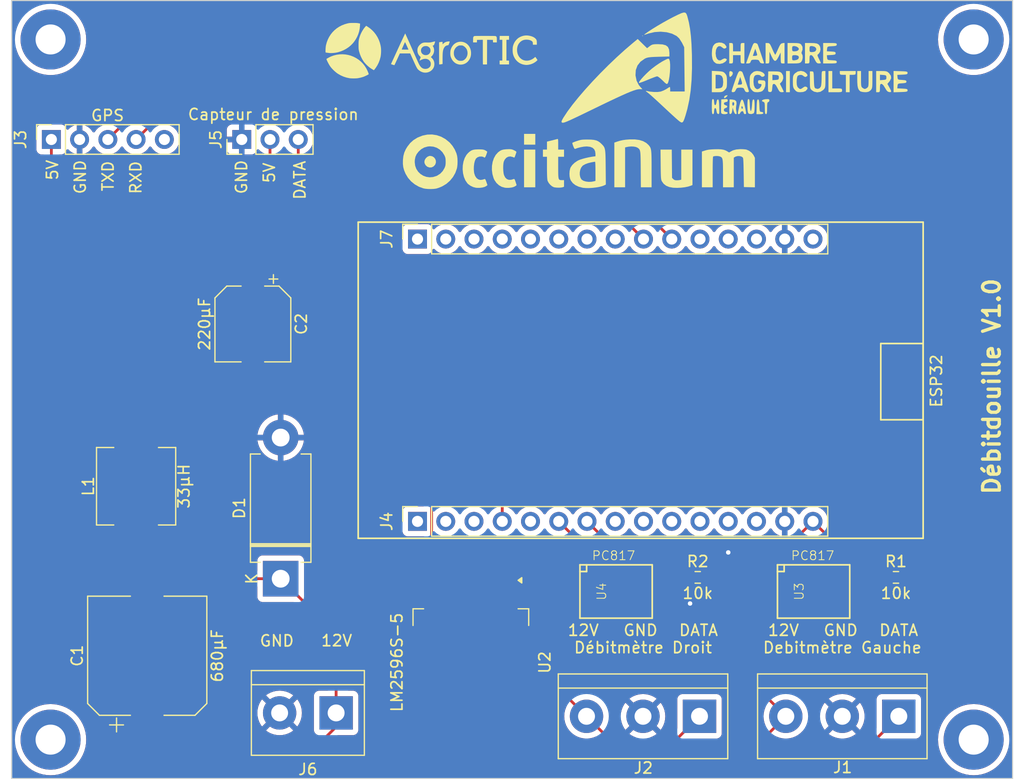
<source format=kicad_pcb>
(kicad_pcb (version 20240108) (generator "pcbnew") (generator_version "8.0")
  (layers (0 "F.Cu" signal) (31 "B.Cu" signal) (34 "B.Paste" user) (35 "F.Paste" user) (36 "B.SilkS" user "B.Silkscreen") (37 "F.SilkS" user "F.Silkscreen") (38 "B.Mask" user) (39 "F.Mask" user) (44 "Edge.Cuts" user))
  (net 0 "")
  (net 1 "Net-(J1-Pin_1)")
  (net 2 "GND")
  (net 3 "+12V")
  (net 4 "Net-(J2-Pin_1)")
  (net 5 "+5V")
  (net 6 "Net-(J3-Pin_4)")
  (net 7 "Net-(J3-Pin_3)")
  (net 9 "Net-(D1-K)")
  (net 11 "Net-(J4-Pin_7)")
  (net 17 "Net-(J4-Pin_6)")
  (net 21 "Net-(J4-Pin_4)")
  (footprint "logos:logoAgroticsmall" (layer "F.Cu") (at 100.825 85.655)
    (property "Reference" "G***" (hide yes))
    (property "Value" "LOGO" (hide yes))
  )
  (footprint "MountingHole:MountingHole_2.7mm_M2.5_Pad_TopBottom" (layer "F.Cu") (at 149.575 84.655 90)
    (property "Reference" " " (at 0 -3.7 90) (layer "F.SilkS"))
    (property "Value" " ")
    (pad "1" thru_hole circle (at 0 0 90) (size 3.1 3.1) (drill 2.7) (layers "*.Cu" "*.Mask"))
    (pad "1" connect circle (at 0 0 90) (size 5.4 5.4) (layers "F.Cu" "F.Mask"))
    (pad "1" connect circle (at 0 0 90) (size 5.4 5.4) (layers "B.Cu" "B.Mask"))
  )
  (footprint "Package_TO_SOT_SMD:TO-263-5_TabPin3" (layer "F.Cu") (at 104.365 140.705 -90)
    (property "Reference" "U2" (at 0 -6.65 90) (layer "F.SilkS"))
    (property "Value" "LM2596S-5" (at 0 6.65 90) (layer "F.SilkS"))
    (pad "1" smd roundrect (at -7.65 -3.4 270) (size 4.6 1.1) (layers "F.Cu" "F.Paste" "F.Mask") (roundrect_rratio 0.227273) (net 3 "+12V"))
    (pad "2" smd roundrect (at -7.65 -1.7 270) (size 4.6 1.1) (layers "F.Cu" "F.Paste" "F.Mask") (roundrect_rratio 0.227273) (net 9 "Net-(D1-K)"))
    (pad "3" smd roundrect (at -7.65 0 270) (size 4.6 1.1) (layers "F.Cu" "F.Paste" "F.Mask") (roundrect_rratio 0.227273) (net 2 "GND"))
    (pad "3" smd roundrect (at -0.925 -2.775 270) (size 4.55 5.25) (layers "F.Cu" "F.Paste") (roundrect_rratio 0.054945) (net 2 "GND"))
    (pad "3" smd roundrect (at -0.925 2.775 270) (size 4.55 5.25) (layers "F.Cu" "F.Paste") (roundrect_rratio 0.054945) (net 2 "GND"))
    (pad "3" smd roundrect (at 1.5 0 270) (size 9.4 10.8) (layers "F.Cu" "F.Mask") (roundrect_rratio 0.026596) (net 2 "GND"))
    (pad "3" smd roundrect (at 3.925 -2.775 270) (size 4.55 5.25) (layers "F.Cu" "F.Paste") (roundrect_rratio 0.054945) (net 2 "GND"))
    (pad "3" smd roundrect (at 3.925 2.775 270) (size 4.55 5.25) (layers "F.Cu" "F.Paste") (roundrect_rratio 0.054945) (net 2 "GND"))
    (pad "4" smd roundrect (at -7.65 1.7 270) (size 4.6 1.1) (layers "F.Cu" "F.Paste" "F.Mask") (roundrect_rratio 0.227273) (net 5 "+5V"))
    (pad "5" smd roundrect (at -7.65 3.4 270) (size 4.6 1.1) (layers "F.Cu" "F.Paste" "F.Mask") (roundrect_rratio 0.227273) (net 2 "GND"))
  )
  (footprint "Resistor_SMD:R_0603_1608Metric" (layer "F.Cu") (at 124.765 133.055)
    (property "Reference" "R2" (at 0 -1.43 0) (layer "F.SilkS"))
    (property "Value" "10k" (at 0 1.43 0) (layer "F.SilkS"))
    (pad "1" smd roundrect (at -0.825 0) (size 0.8 0.95) (layers "F.Cu" "F.Paste" "F.Mask") (net 11 "Net-(J4-Pin_7)"))
    (pad "2" smd roundrect (at 0.825 0) (size 0.8 0.95) (layers "F.Cu" "F.Paste" "F.Mask") (net 5 "+5V"))
  )
  (footprint "Connector_PinSocket_2.54mm:PinSocket_1x15_P2.54mm_Vertical" (layer "F.Cu") (at 99.568 102.616 90)
    (property "Reference" "J7" (at 0 -2.77 90) (layer "F.SilkS"))
    (property "Value" "Conn_D")
    (pad "1" thru_hole rect (at 0 0 90) (size 1.7 1.7) (drill 1) (layers "*.Cu" "*.Mask"))
    (pad "2" thru_hole oval (at 0 2.54 90) (size 1.7 1.7) (drill 1) (layers "*.Cu" "*.Mask"))
    (pad "3" thru_hole oval (at 0 5.08 90) (size 1.7 1.7) (drill 1) (layers "*.Cu" "*.Mask"))
    (pad "4" thru_hole oval (at 0 7.62 90) (size 1.7 1.7) (drill 1) (layers "*.Cu" "*.Mask"))
    (pad "5" thru_hole oval (at 0 10.16 90) (size 1.7 1.7) (drill 1) (layers "*.Cu" "*.Mask"))
    (pad "6" thru_hole oval (at 0 12.7 90) (size 1.7 1.7) (drill 1) (layers "*.Cu" "*.Mask"))
    (pad "7" thru_hole oval (at 0 15.24 90) (size 1.7 1.7) (drill 1) (layers "*.Cu" "*.Mask"))
    (pad "8" thru_hole oval (at 0 17.78 90) (size 1.7 1.7) (drill 1) (layers "*.Cu" "*.Mask"))
    (pad "9" thru_hole oval (at 0 20.32 90) (size 1.7 1.7) (drill 1) (layers "*.Cu" "*.Mask") (net 6 "Net-(J3-Pin_4)"))
    (pad "10" thru_hole oval (at 0 22.86 90) (size 1.7 1.7) (drill 1) (layers "*.Cu" "*.Mask") (net 7 "Net-(J3-Pin_3)"))
    (pad "11" thru_hole oval (at 0 25.4 90) (size 1.7 1.7) (drill 1) (layers "*.Cu" "*.Mask"))
    (pad "12" thru_hole oval (at 0 27.94 90) (size 1.7 1.7) (drill 1) (layers "*.Cu" "*.Mask"))
    (pad "13" thru_hole oval (at 0 30.48 90) (size 1.7 1.7) (drill 1) (layers "*.Cu" "*.Mask"))
    (pad "14" thru_hole oval (at 0 33.02 90) (size 1.7 1.7) (drill 1) (layers "*.Cu" "*.Mask") (net 2 "GND"))
    (pad "15" thru_hole oval (at 0 35.56 90) (size 1.7 1.7) (drill 1) (layers "*.Cu" "*.Mask"))
  )
  (footprint "Connector_PinHeader_2.54mm:PinHeader_1x03_P2.54mm_Vertical" (layer "F.Cu") (at 83.765 93.655 90)
    (property "Reference" "J5" (at 0 -2.33 90) (layer "F.SilkS"))
    (property "Value" "Capteur de pression" (at 2.255 2.835 0) (layer "F.SilkS"))
    (pad "1" thru_hole rect (at 0 0 90) (size 1.7 1.7) (drill 1) (layers "*.Cu" "*.Mask") (net 2 "GND"))
    (pad "2" thru_hole oval (at 0 2.54 90) (size 1.7 1.7) (drill 1) (layers "*.Cu" "*.Mask") (net 5 "+5V"))
    (pad "3" thru_hole oval (at 0 5.08 90) (size 1.7 1.7) (drill 1) (layers "*.Cu" "*.Mask") (net 21 "Net-(J4-Pin_4)"))
  )
  (footprint "Connector_PinSocket_2.54mm:PinSocket_1x05_P2.54mm_Vertical" (layer "F.Cu") (at 66.645 93.655 90)
    (property "Reference" "J3" (at 0 -2.77 90) (layer "F.SilkS"))
    (property "Value" "GPS" (at 2.155 5.055 180) (layer "F.SilkS"))
    (pad "1" thru_hole rect (at 0 0 90) (size 1.7 1.7) (drill 1) (layers "*.Cu" "*.Mask") (net 5 "+5V"))
    (pad "2" thru_hole oval (at 0 2.54 90) (size 1.7 1.7) (drill 1) (layers "*.Cu" "*.Mask") (net 2 "GND"))
    (pad "3" thru_hole oval (at 0 5.08 90) (size 1.7 1.7) (drill 1) (layers "*.Cu" "*.Mask") (net 7 "Net-(J3-Pin_3)"))
    (pad "4" thru_hole oval (at 0 7.62 90) (size 1.7 1.7) (drill 1) (layers "*.Cu" "*.Mask") (net 6 "Net-(J3-Pin_4)"))
    (pad "5" thru_hole oval (at 0 10.16 90) (size 1.7 1.7) (drill 1) (layers "*.Cu" "*.Mask"))
  )
  (footprint "mesEmpreintes:OPTO-SMD4" (layer "F.Cu") (at 117.42334 134.325 -90)
    (property "Reference" "U4" (at 0 1.30048 90) (layer "F.SilkS") (effects (font (size 0.8 0.8) (thickness 0.08) (bold yes))))
    (property "Value" "PC817" (at -3.225 0.22334 180) (layer "F.SilkS") (effects (font (size 0.8 0.8) (thickness 0.08) (bold yes))))
    (pad "1" smd rect (at -1.27 4.49834 90) (size 1.4986 1.29794) (layers "F.Cu" "F.Paste" "F.Mask") (net 3 "+12V"))
    (pad "2" smd rect (at 1.27 4.49834 90) (size 1.4986 1.29794) (layers "F.Cu" "F.Paste" "F.Mask") (net 4 "Net-(J2-Pin_1)"))
    (pad "3" smd rect (at 1.27 -4.5 270) (size 1.4986 1.29794) (layers "F.Cu" "F.Paste" "F.Mask") (net 2 "GND"))
    (pad "4" smd rect (at -1.27 -4.5 270) (size 1.4986 1.29794) (layers "F.Cu" "F.Paste" "F.Mask") (net 11 "Net-(J4-Pin_7)"))
  )
  (footprint "Inductor_SMD:L_Changjiang_FXL0650" (layer "F.Cu") (at 74.265 124.855 90)
    (property "Reference" "L1" (at 0 -4.3 90) (layer "F.SilkS"))
    (property "Value" "33µH" (at 0 4.3 90) (layer "F.SilkS"))
    (pad "1" smd roundrect (at -3.025 0 90) (size 2.35 3.5) (layers "F.Cu" "F.Paste" "F.Mask") (net 9 "Net-(D1-K)"))
    (pad "2" smd roundrect (at 3.025 0 90) (size 2.35 3.5) (layers "F.Cu" "F.Paste" "F.Mask") (net 5 "+5V"))
  )
  (footprint "MountingHole:MountingHole_2.7mm_M2.5_Pad_TopBottom" (layer "F.Cu") (at 66.575 84.655 90)
    (property "Reference" " " (at 0 -3.7 90) (layer "F.SilkS"))
    (property "Value" " ")
    (pad "1" thru_hole circle (at 0 0 90) (size 3.1 3.1) (drill 2.7) (layers "*.Cu" "*.Mask"))
    (pad "1" connect circle (at 0 0 90) (size 5.4 5.4) (layers "F.Cu" "F.Mask"))
    (pad "1" connect circle (at 0 0 90) (size 5.4 5.4) (layers "B.Cu" "B.Mask"))
  )
  (footprint "Capacitor_SMD:CP_Elec_6.3x5.4" (layer "F.Cu") (at 84.765 110.255 -90)
    (property "Reference" "C2" (at 0 -4.35 90) (layer "F.SilkS"))
    (property "Value" "220µF" (at 0 4.35 90) (layer "F.SilkS"))
    (pad "1" smd roundrect (at -2.8 0 270) (size 3.5 1.6) (layers "F.Cu" "F.Paste" "F.Mask") (roundrect_rratio 0.15625) (net 5 "+5V"))
    (pad "2" smd roundrect (at 2.8 0 270) (size 3.5 1.6) (layers "F.Cu" "F.Paste" "F.Mask") (roundrect_rratio 0.15625) (net 2 "GND"))
  )
  (footprint "Capacitor_SMD:CP_Elec_10x10.5" (layer "F.Cu") (at 75.265 140.105 90)
    (property "Reference" "C1" (at 0 -6.3 90) (layer "F.SilkS"))
    (property "Value" "680µF" (at 0 6.3 90) (layer "F.SilkS"))
    (pad "1" smd roundrect (at -4.2 0 90) (size 4.4 2.5) (layers "F.Cu" "F.Paste" "F.Mask") (roundrect_rratio 0.1) (net 3 "+12V"))
    (pad "2" smd roundrect (at 4.2 0 90) (size 4.4 2.5) (layers "F.Cu" "F.Paste" "F.Mask") (roundrect_rratio 0.1) (net 2 "GND"))
  )
  (footprint "MountingHole:MountingHole_2.7mm_M2.5_Pad_TopBottom" (layer "F.Cu") (at 66.575 147.655 90)
    (property "Reference" " " (at 0 -3.7 90) (layer "F.SilkS"))
    (property "Value" " ")
    (pad "1" thru_hole circle (at 0 0 90) (size 3.1 3.1) (drill 2.7) (layers "*.Cu" "*.Mask"))
    (pad "1" connect circle (at 0 0 90) (size 5.4 5.4) (layers "F.Cu" "F.Mask"))
    (pad "1" connect circle (at 0 0 90) (size 5.4 5.4) (layers "B.Cu" "B.Mask"))
  )
  (footprint "mesEmpreintes:OPTO-SMD4" (layer "F.Cu") (at 135.18334 134.325 -90)
    (property "Reference" "U3" (at 0 1.30048 90) (layer "F.SilkS") (effects (font (size 0.8 0.8) (thickness 0.08) (bold yes))))
    (property "Value" "PC817" (at -3.225 0.08334 180) (layer "F.SilkS") (effects (font (size 0.8 0.8) (thickness 0.08) (bold yes))))
    (pad "1" smd rect (at -1.27 4.49834 90) (size 1.4986 1.29794) (layers "F.Cu" "F.Paste" "F.Mask") (net 3 "+12V"))
    (pad "2" smd rect (at 1.27 4.49834 90) (size 1.4986 1.29794) (layers "F.Cu" "F.Paste" "F.Mask") (net 1 "Net-(J1-Pin_1)"))
    (pad "3" smd rect (at 1.27 -4.5 270) (size 1.4986 1.29794) (layers "F.Cu" "F.Paste" "F.Mask") (net 2 "GND"))
    (pad "4" smd rect (at -1.27 -4.5 270) (size 1.4986 1.29794) (layers "F.Cu" "F.Paste" "F.Mask") (net 17 "Net-(J4-Pin_6)"))
  )
  (footprint "Diode_THT:D_DO-201AD_P12.70mm_Horizontal" (layer "F.Cu") (at 87.265 133.175 90)
    (property "Reference" "D1" (at 6.35 -3.72 90) (layer "F.SilkS"))
    (property "Value" "1N5821")
    (fp_text user "K" (at 0 -2.6 90) (layer "F.SilkS"))
    (pad "1" thru_hole rect (at 0 0 90) (size 3.2 3.2) (drill 1.6) (layers "*.Cu" "*.Mask") (net 9 "Net-(D1-K)"))
    (pad "2" thru_hole oval (at 12.7 0 90) (size 3.2 3.2) (drill 1.6) (layers "*.Cu" "*.Mask") (net 2 "GND"))
  )
  (footprint "mesEmpreintes:TerminalBlock_bornier-3_P5.08mm" (layer "F.Cu") (at 124.925 145.555 180)
    (property "Reference" "J2" (at 5.05 -4.65 0) (layer "F.SilkS"))
    (property "Value" "Débitmètre Droit" (at 5.08 6.18 0) (layer "F.SilkS"))
    (pad "1" thru_hole rect (at 0 0 180) (size 3 3) (drill 1.52) (layers "*.Cu" "*.Mask") (net 4 "Net-(J2-Pin_1)"))
    (pad "2" thru_hole circle (at 5.08 0 180) (size 3 3) (drill 1.52) (layers "*.Cu" "*.Mask") (net 2 "GND"))
    (pad "3" thru_hole circle (at 10.16 0 180) (size 3 3) (drill 1.52) (layers "*.Cu" "*.Mask") (net 3 "+12V"))
  )
  (footprint "MountingHole:MountingHole_2.7mm_M2.5_Pad_TopBottom" (layer "F.Cu") (at 149.575 147.655 90)
    (property "Reference" " " (at 0 -3.7 90) (layer "F.SilkS"))
    (property "Value" " ")
    (pad "1" thru_hole circle (at 0 0 90) (size 3.1 3.1) (drill 2.7) (layers "*.Cu" "*.Mask"))
    (pad "1" connect circle (at 0 0 90) (size 5.4 5.4) (layers "F.Cu" "F.Mask"))
    (pad "1" connect circle (at 0 0 90) (size 5.4 5.4) (layers "B.Cu" "B.Mask"))
  )
  (footprint "Connector_PinSocket_2.54mm:PinSocket_1x15_P2.54mm_Vertical" (layer "F.Cu") (at 99.568 128.016 90)
    (property "Reference" "J4" (at 0 -2.77 90) (layer "F.SilkS"))
    (property "Value" "Conn_G")
    (pad "1" thru_hole rect (at 0 0 90) (size 1.7 1.7) (drill 1) (layers "*.Cu" "*.Mask"))
    (pad "2" thru_hole oval (at 0 2.54 90) (size 1.7 1.7) (drill 1) (layers "*.Cu" "*.Mask"))
    (pad "3" thru_hole oval (at 0 5.08 90) (size 1.7 1.7) (drill 1) (layers "*.Cu" "*.Mask"))
    (pad "4" thru_hole oval (at 0 7.62 90) (size 1.7 1.7) (drill 1) (layers "*.Cu" "*.Mask") (net 21 "Net-(J4-Pin_4)"))
    (pad "5" thru_hole oval (at 0 10.16 90) (size 1.7 1.7) (drill 1) (layers "*.Cu" "*.Mask"))
    (pad "6" thru_hole oval (at 0 12.7 90) (size 1.7 1.7) (drill 1) (layers "*.Cu" "*.Mask") (net 17 "Net-(J4-Pin_6)"))
    (pad "7" thru_hole oval (at 0 15.24 90) (size 1.7 1.7) (drill 1) (layers "*.Cu" "*.Mask") (net 11 "Net-(J4-Pin_7)"))
    (pad "8" thru_hole oval (at 0 17.78 90) (size 1.7 1.7) (drill 1) (layers "*.Cu" "*.Mask"))
    (pad "9" thru_hole oval (at 0 20.32 90) (size 1.7 1.7) (drill 1) (layers "*.Cu" "*.Mask"))
    (pad "10" thru_hole oval (at 0 22.86 90) (size 1.7 1.7) (drill 1) (layers "*.Cu" "*.Mask"))
    (pad "11" thru_hole oval (at 0 25.4 90) (size 1.7 1.7) (drill 1) (layers "*.Cu" "*.Mask"))
    (pad "12" thru_hole oval (at 0 27.94 90) (size 1.7 1.7) (drill 1) (layers "*.Cu" "*.Mask"))
    (pad "13" thru_hole oval (at 0 30.48 90) (size 1.7 1.7) (drill 1) (layers "*.Cu" "*.Mask"))
    (pad "14" thru_hole oval (at 0 33.02 90) (size 1.7 1.7) (drill 1) (layers "*.Cu" "*.Mask") (net 2 "GND"))
    (pad "15" thru_hole oval (at 0 35.56 90) (size 1.7 1.7) (drill 1) (layers "*.Cu" "*.Mask") (net 5 "+5V"))
  )
  (footprint "mesEmpreintes:TerminalBlock_bornier-2_P5.08mm" (layer "F.Cu") (at 92.25 145.25 180)
    (property "Reference" "J6" (at 2.54 -5.08 0) (layer "F.SilkS"))
    (property "Value" "12V" (at -0.05 6.50175 0) (layer "F.SilkS"))
    (pad "1" thru_hole rect (at 0 0 180) (size 3 3) (drill 1.52) (layers "*.Cu" "*.Mask") (net 3 "+12V"))
    (pad "2" thru_hole circle (at 5.08 0 180) (size 3 3) (drill 1.52) (layers "*.Cu" "*.Mask") (net 2 "GND"))
  )
  (footprint "mesEmpreintes:TerminalBlock_bornier-3_P5.08mm" (layer "F.Cu") (at 142.845 145.555 180)
    (property "Reference" "J1" (at 5.05 -4.6 0) (layer "F.SilkS"))
    (property "Value" "Debitmètre Gauche" (at 5.08 6.18 0) (layer "F.SilkS"))
    (pad "1" thru_hole rect (at 0 0 180) (size 3 3) (drill 1.52) (layers "*.Cu" "*.Mask") (net 1 "Net-(J1-Pin_1)"))
    (pad "2" thru_hole circle (at 5.08 0 180) (size 3 3) (drill 1.52) (layers "*.Cu" "*.Mask") (net 2 "GND"))
    (pad "3" thru_hole circle (at 10.16 0 180) (size 3 3) (drill 1.52) (layers "*.Cu" "*.Mask") (net 3 "+12V"))
  )
  (footprint "Resistor_SMD:R_0603_1608Metric" (layer "F.Cu") (at 142.59 133.055)
    (property "Reference" "R1" (at 0 -1.43 0) (layer "F.SilkS"))
    (property "Value" "10k" (at 0 1.43 0) (layer "F.SilkS"))
    (pad "1" smd roundrect (at -0.825 0) (size 0.8 0.95) (layers "F.Cu" "F.Paste" "F.Mask") (net 17 "Net-(J4-Pin_6)"))
    (pad "2" smd roundrect (at 0.825 0) (size 0.8 0.95) (layers "F.Cu" "F.Paste" "F.Mask") (net 5 "+5V"))
  )
  (footprint "logos:logoOccitanum" (layer "F.Cu") (at 114.075 95.655)
    (property "Reference" "G***" (hide yes))
    (property "Value" "LOGO" (hide yes))
  )
  (footprint "logos:logoCA34" (layer "F.Cu") (at 128.075 87.155)
    (property "Reference" "G***" (hide yes))
    (property "Value" "LOGO" (hide yes))
  )
  (gr_line (start 94.234 129.54) (end 94.234 101.092) (stroke (width 0.15)) (layer "F.SilkS"))
  (gr_line (start 94.234 101.092) (end 145.034 101.092) (stroke (width 0.15)) (layer "F.SilkS"))
  (gr_line (start 145.034 129.54) (end 94.234 129.54) (stroke (width 0.15)) (layer "F.SilkS"))
  (gr_line (start 145.034 101.092) (end 145.034 129.54) (stroke (width 0.15)) (layer "F.SilkS"))
  (gr_line (start 141.224 112.014) (end 145.034 112.014) (stroke (width 0.15)) (layer "F.SilkS"))
  (gr_line (start 145.034 118.872) (end 141.224 118.872) (stroke (width 0.15)) (layer "F.SilkS"))
  (gr_line (start 141.224 118.872) (end 141.224 112.014) (stroke (width 0.15)) (layer "F.SilkS"))
  (gr_line (start 145.034 112.014) (end 145.034 118.872) (stroke (width 0.15)) (layer "F.SilkS"))
  (gr_line (start 63.075 81.155) (end 153.075 81.155) (stroke (width 0.1)) (layer "Edge.Cuts"))
  (gr_line (start 153.075 81.155) (end 153.075 151.155) (stroke (width 0.1)) (layer "Edge.Cuts"))
  (gr_line (start 153.075 151.155) (end 63.075 151.155) (stroke (width 0.1)) (layer "Edge.Cuts"))
  (gr_line (start 63.075 151.155) (end 63.075 81.155) (stroke (width 0.1)) (layer "Edge.Cuts"))
  (gr_text "GND" (at 136 138.4 0) (layer "F.SilkS") (effects (font (size 1 1)) (justify left bottom)))
  (gr_text "GND" (at 84.325 98.655 90) (layer "F.SilkS") (effects (font (size 1 1)) (justify left bottom)))
  (gr_text "GND" (at 118 138.4 0) (layer "F.SilkS") (effects (font (size 1 1)) (justify left bottom)))
  (gr_text "DATA" (at 141 138.4 0) (layer "F.SilkS") (effects (font (size 1 1)) (justify left bottom)))
  (gr_text "5V" (at 67.325 97.405 90) (layer "F.SilkS") (effects (font (size 1 1)) (justify left bottom)))
  (gr_text "TXD" (at 72.325 98.405 90) (layer "F.SilkS") (effects (font (size 1 1)) (justify left bottom)))
  (gr_text "12V" (at 131 138.4 0) (layer "F.SilkS") (effects (font (size 1 1)) (justify left bottom)))
  (gr_text "Débitdouille V1.0" (at 152.075 125.75 90) (layer "F.SilkS") (effects (font (size 1.5 1.5) (thickness 0.3) (bold yes)) (justify left bottom)))
  (gr_text "5V" (at 86.825 97.655 90) (layer "F.SilkS") (effects (font (size 1 1)) (justify left bottom)))
  (gr_text "GND" (at 69.825 98.655 90) (layer "F.SilkS") (effects (font (size 1 1)) (justify left bottom)))
  (gr_text "DATA" (at 89.575 99.155 90) (layer "F.SilkS") (effects (font (size 1 1)) (justify left bottom)))
  (gr_text "RXD" (at 74.825 98.655 90) (layer "F.SilkS") (effects (font (size 1 1)) (justify left bottom)))
  (gr_text "12V" (at 113 138.4 0) (layer "F.SilkS") (effects (font (size 1 1)) (justify left bottom)))
  (gr_text "GND" (at 85.3 139.35 0) (layer "F.SilkS") (effects (font (size 1 1)) (justify left bottom)))
  (gr_text "ESP32" (at 146.812 117.856 90) (layer "F.SilkS") (effects (font (size 1 1)) (justify left bottom)))
  (gr_text "DATA" (at 123 138.4 0) (layer "F.SilkS") (effects (font (size 1 1)) (justify left bottom)))
  (segment (start 142.845 145.555) (end 139.595 148.805) (width 0.25) (layer "F.Cu") (net 1))
  (segment (start 135.015 147.305) (end 135.015 139.925) (width 0.25) (layer "F.Cu") (net 1))
  (segment (start 135.015 139.925) (end 130.685 135.595) (width 0.25) (layer "F.Cu") (net 1))
  (segment (start 136.515 148.805) (end 135.015 147.305) (width 0.25) (layer "F.Cu") (net 1))
  (segment (start 139.595 148.805) (end 136.515 148.805) (width 0.25) (layer "F.Cu") (net 1))
  (segment (start 103.825 135.905) (end 101.515 135.905) (width 0.25) (layer "F.Cu") (net 2))
  (segment (start 101.515 135.905) (end 100.965 135.355) (width 0.25) (layer "F.Cu") (net 2))
  (segment (start 100.965 135.355) (end 100.965 133.055) (width 0.25) (layer "F.Cu") (net 2))
  (segment (start 104.365 135.365) (end 103.825 135.905) (width 0.25) (layer "F.Cu") (net 2))
  (segment (start 104.365 133.055) (end 104.365 135.365) (width 0.25) (layer "F.Cu") (net 2))
  (via (at 124.075 135.405) (size 0.8) (drill 0.4) (layers "F.Cu" "B.Cu") (net 2))
  (via (at 127.508 130.81) (size 0.8) (drill 0.4) (layers "F.Cu" "B.Cu") (net 2))
  (segment (start 107.265 137.18) (end 98.22 137.18) (width 0.25) (layer "F.Cu") (net 3))
  (segment (start 107.765 133.055) (end 107.765 136.68) (width 0.25) (layer "F.Cu") (net 3))
  (segment (start 75.265 144.305) (end 79.46 148.5) (width 0.25) (layer "F.Cu") (net 3))
  (segment (start 90.25 148.5) (end 92.25 146.5) (width 0.25) (layer "F.Cu") (net 3))
  (segment (start 114.765 145.555) (end 118.265 149.055) (width 0.25) (layer "F.Cu") (net 3))
  (segment (start 128.765 141.635) (end 132.685 145.555) (width 0.25) (layer "F.Cu") (net 3))
  (segment (start 114.765 145.555) (end 111.265 142.055) (width 0.25) (layer "F.Cu") (net 3))
  (segment (start 118.265 149.055) (end 129.185 149.055) (width 0.25) (layer "F.Cu") (net 3))
  (segment (start 128.765 134.805) (end 128.765 141.635) (width 0.25) (layer "F.Cu") (net 3))
  (segment (start 130.515 133.055) (end 128.765 134.805) (width 0.25) (layer "F.Cu") (net 3))
  (segment (start 98.22 137.18) (end 92.25 143.15) (width 0.25) (layer "F.Cu") (net 3))
  (segment (start 130.685 133.055) (end 130.515 133.055) (width 0.25) (layer "F.Cu") (net 3))
  (segment (start 79.46 148.5) (end 90.25 148.5) (width 0.25) (layer "F.Cu") (net 3))
  (segment (start 92.25 146.5) (end 92.25 145.25) (width 0.25) (layer "F.Cu") (net 3))
  (segment (start 107.765 136.68) (end 107.265 137.18) (width 0.25) (layer "F.Cu") (net 3))
  (segment (start 111.265 142.055) (end 111.265 134.715) (width 0.25) (layer "F.Cu") (net 3))
  (segment (start 129.185 149.055) (end 132.685 145.555) (width 0.25) (layer "F.Cu") (net 3))
  (segment (start 112.925 133.055) (end 107.765 133.055) (width 0.25) (layer "F.Cu") (net 3))
  (segment (start 92.25 143.15) (end 92.25 145.25) (width 0.25) (layer "F.Cu") (net 3))
  (segment (start 111.265 134.715) (end 112.925 133.055) (width 0.25) (layer "F.Cu") (net 3))
  (segment (start 112.925 137.465) (end 117.015 141.555) (width 0.25) (layer "F.Cu") (net 4))
  (segment (start 117.015 141.555) (end 117.015 146.805) (width 0.25) (layer "F.Cu") (net 4))
  (segment (start 112.925 135.595) (end 112.925 137.465) (width 0.25) (layer "F.Cu") (net 4))
  (segment (start 122.175 148.305) (end 124.925 145.555) (width 0.25) (layer "F.Cu") (net 4))
  (segment (start 117.015 146.805) (end 118.515 148.305) (width 0.25) (layer "F.Cu") (net 4))
  (segment (start 118.515 148.305) (end 122.175 148.305) (width 0.25) (layer "F.Cu") (net 4))
  (segment (start 138.88507 134.305) (end 136.56077 131.9807) (width 0.25) (layer "F.Cu") (net 5))
  (segment (start 102.665 130.405) (end 102.665 133.055) (width 0.25) (layer "F.Cu") (net 5))
  (segment (start 66.645 100.725) (end 66.645 93.655) (width 0.25) (layer "F.Cu") (net 5))
  (segment (start 142.748 130.81) (end 137.922 130.81) (width 0.25) (layer "F.Cu") (net 5))
  (segment (start 86.305 100.325) (end 86.305 93.655) (width 0.25) (layer "F.Cu") (net 5))
  (segment (start 136.56077 131.9807) (end 129.725696 131.9807) (width 0.25) (layer "F.Cu") (net 5))
  (segment (start 74.265 119.905) (end 74.265 118.9) (width 0.25) (layer "F.Cu") (net 5))
  (segment (start 78.375 107.455) (end 84.765 107.455) (width 0.25) (layer "F.Cu") (net 5))
  (segment (start 100.838 129.286) (end 102.665 131.113) (width 0.25) (layer "F.Cu") (net 5))
  (segment (start 113.015 129.805) (end 103.265 129.805) (width 0.25) (layer "F.Cu") (net 5))
  (segment (start 88.405 107.455) (end 100.838 119.888) (width 0.25) (layer "F.Cu") (net 5))
  (segment (start 74.265 108.345) (end 66.645 100.725) (width 0.25) (layer "F.Cu") (net 5))
  (segment (start 84.765 101.865) (end 86.305 100.325) (width 0.25) (layer "F.Cu") (net 5))
  (segment (start 129.623604 130.81) (end 132.334 130.81) (width 0.25) (layer "F.Cu") (net 5))
  (segment (start 142.165 134.305) (end 138.88507 134.305) (width 0.25) (layer "F.Cu") (net 5))
  (segment (start 143.415 133.055) (end 142.165 134.305) (width 0.25) (layer "F.Cu") (net 5))
  (segment (start 74.265 119.905) (end 74.265 111.565) (width 0.25) (layer "F.Cu") (net 5))
  (segment (start 74.265 118.9) (end 74.265 108.345) (width 0.25) (layer "F.Cu") (net 5))
  (segment (start 74.265 111.565) (end 78.375 107.455) (width 0.25) (layer "F.Cu") (net 5))
  (segment (start 125.037096 136.6693) (end 119.8793 136.6693) (width 0.25) (layer "F.Cu") (net 5))
  (segment (start 103.265 129.805) (end 102.665 130.405) (width 0.25) (layer "F.Cu") (net 5))
  (segment (start 74.265 118.9) (end 74.265 121.83) (width 0.25) (layer "F.Cu") (net 5))
  (segment (start 84.765 107.455) (end 84.765 101.865) (width 0.25) (layer "F.Cu") (net 5))
  (segment (start 84.765 107.455) (end 88.405 107.455) (width 0.25) (layer "F.Cu") (net 5))
  (segment (start 119.8793 136.6693) (end 113.015 129.805) (width 0.25) (layer "F.Cu") (net 5))
  (segment (start 125.59 133.055) (end 127.378604 133.055) (width 0.25) (layer "F.Cu") (net 5))
  (segment (start 129.725696 131.9807) (end 125.037096 136.6693) (width 0.25) (layer "F.Cu") (net 5))
  (segment (start 143.415 131.477) (end 142.748 130.81) (width 0.25) (layer "F.Cu") (net 5))
  (segment (start 132.334 130.81) (end 135.128 128.016) (width 0.25) (layer "F.Cu") (net 5))
  (segment (start 137.922 130.81) (end 135.128 128.016) (width 0.25) (layer "F.Cu") (net 5))
  (segment (start 127.378604 133.055) (end 129.623604 130.81) (width 0.25) (layer "F.Cu") (net 5))
  (segment (start 100.838 119.888) (end 100.838 129.286) (width 0.25) (layer "F.Cu") (net 5))
  (segment (start 102.665 131.113) (end 102.665 133.055) (width 0.25) (layer "F.Cu") (net 5))
  (segment (start 143.415 133.055) (end 143.415 131.477) (width 0.25) (layer "F.Cu") (net 5))
  (segment (start 108.712 91.44) (end 119.888 102.616) (width 0.25) (layer "F.Cu") (net 6))
  (segment (start 74.265 93.655) (end 76.48 91.44) (width 0.25) (layer "F.Cu") (net 6))
  (segment (start 76.48 91.44) (end 108.712 91.44) (width 0.25) (layer "F.Cu") (net 6))
  (segment (start 110.744 90.932) (end 122.428 102.616) (width 0.25) (layer "F.Cu") (net 7))
  (segment (start 74.448 90.932) (end 110.744 90.932) (width 0.25) (layer "F.Cu") (net 7))
  (segment (start 71.725 93.655) (end 74.448 90.932) (width 0.25) (layer "F.Cu") (net 7))
  (segment (start 76.59 127.88) (end 74.265 127.88) (width 0.25) (layer "F.Cu") (net 9))
  (segment (start 104.865 136.555) (end 90.645 136.555) (width 0.25) (layer "F.Cu") (net 9))
  (segment (start 106.065 133.055) (end 106.065 135.355) (width 0.25) (layer "F.Cu") (net 9))
  (segment (start 106.065 135.355) (end 104.865 136.555) (width 0.25) (layer "F.Cu") (net 9))
  (segment (start 81.885 133.175) (end 76.59 127.88) (width 0.25) (layer "F.Cu") (net 9))
  (segment (start 90.645 136.555) (end 87.265 133.175) (width 0.25) (layer "F.Cu") (net 9))
  (segment (start 87.265 133.175) (end 81.885 133.175) (width 0.25) (layer "F.Cu") (net 9))
  (segment (start 123.94 133.055) (end 121.92334 133.055) (width 0.25) (layer "F.Cu") (net 11))
  (segment (start 121.92334 133.055) (end 119.847 133.055) (width 0.25) (layer "F.Cu") (net 11))
  (segment (start 119.847 133.055) (end 114.808 128.016) (width 0.25) (layer "F.Cu") (net 11))
  (segment (start 129.765 131.305) (end 126.9407 134.1293) (width 0.25) (layer "F.Cu") (net 17))
  (segment (start 118.3813 134.1293) (end 112.268 128.016) (width 0.25) (layer "F.Cu") (net 17))
  (segment (start 126.9407 134.1293) (end 118.3813 134.1293) (width 0.25) (layer "F.Cu") (net 17))
  (segment (start 139.68334 133.055) (end 139.68334 132.22334) (width 0.25) (layer "F.Cu") (net 17))
  (segment (start 139.68334 132.22334) (end 138.765 131.305) (width 0.25) (layer "F.Cu") (net 17))
  (segment (start 141.765 133.055) (end 139.68334 133.055) (width 0.25) (layer "F.Cu") (net 17))
  (segment (start 138.765 131.305) (end 129.765 131.305) (width 0.25) (layer "F.Cu") (net 17))
  (segment (start 107.188 125.601604) (end 107.188 128.016) (width 0.25) (layer "F.Cu") (net 21))
  (segment (start 88.845 93.655) (end 88.845 107.258604) (width 0.25) (layer "F.Cu") (net 21))
  (segment (start 88.845 107.258604) (end 107.188 125.601604) (width 0.25) (layer "F.Cu") (net 21))
  (zone (net 2) (net_name "GND") (layer "F.Cu") (priority 1) (connect_pads (clearance 0.5)) (min_thickness 0.25) (fill yes (thermal_gap 0.5) (thermal_bridge_width 0.5))
    (polygon (pts (xy 63.246 81.28) (xy 152.908 81.28) (xy 152.908 151.13) (xy 63.246 151.13)))
  )
  (zone (net 2) (net_name "GND") (layer "B.Cu") (connect_pads (clearance 0.5)) (min_thickness 0.25) (fill yes (thermal_gap 0.5) (thermal_bridge_width 0.5))
    (polygon (pts (xy 63.075 151.155) (xy 63.075 81.155) (xy 153.075 81.155) (xy 153.075 151.155)))
  )
)
</source>
